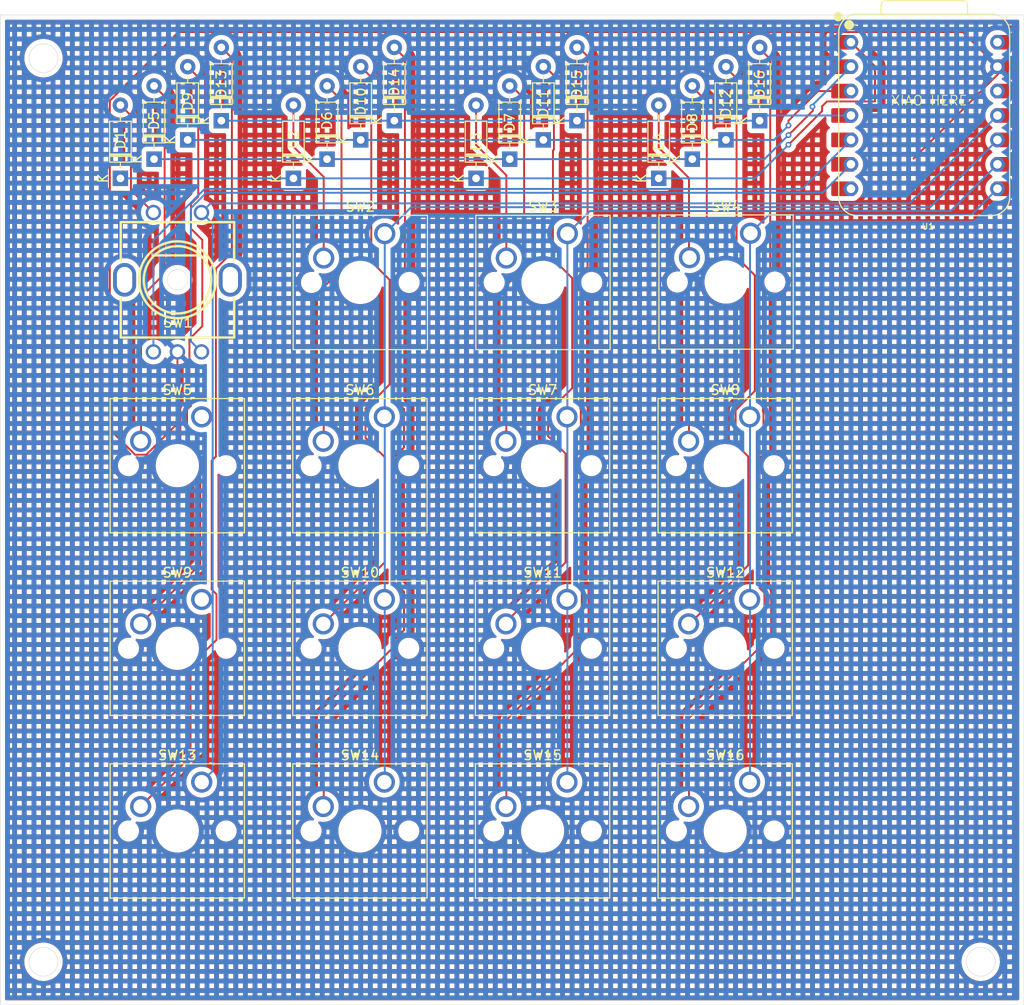
<source format=kicad_pcb>
(kicad_pcb (version 20240108) (generator "pcbnew") (generator_version "8.0")
  (layers (0 "F.Cu" signal) (31 "B.Cu" signal) (34 "B.Paste" user) (35 "F.Paste" user) (36 "B.SilkS" user "B.Silkscreen") (37 "F.SilkS" user "F.Silkscreen") (38 "B.Mask" user) (39 "F.Mask" user) (44 "Edge.Cuts" user))
  (net 0 "")
  (net 1 "Net-(D1-A)")
  (net 2 "GND")
  (net 3 "R1")
  (net 4 "Net-(D2-A)")
  (net 5 "Net-(D3-A)")
  (net 6 "Net-(D4-A)")
  (net 7 "Net-(D5-A)")
  (net 8 "R2")
  (net 9 "Net-(D7-A)")
  (net 10 "+3.3V")
  (net 11 "+5V")
  (net 12 "Net-(D8-A)")
  (net 13 "Net-(D9-A)")
  (net 14 "R3")
  (net 15 "Net-(D11-A)")
  (net 16 "Net-(D12-A)")
  (net 17 "R4")
  (net 18 "Net-(D13-A)")
  (net 19 "Net-(D15-A)")
  (net 20 "Net-(D16-A)")
  (net 21 "A")
  (net 22 "B")
  (net 23 "C2")
  (net 24 "C3")
  (net 25 "C4")
  (net 26 "C1")
  (net 30 "Net-(D6-A)")
  (net 31 "Net-(D10-A)")
  (net 32 "Net-(D14-A)")
  (footprint "Diode_THT:D_DO-35_SOD27_P7.62mm_Horizontal" (layer "F.Cu") (at 53.5 35.5 90)
    (property "Reference" "D2" (at 4 0 90) (layer "F.SilkS"))
    (property "Value" "1N4148")
    (fp_text user "K" (at 0 -1.8 90) (layer "F.SilkS"))
    (pad "1" thru_hole rect (at 0 0 90) (size 1.6 1.6) (drill 0.8) (layers "*.Cu" "*.Mask") (net 3 "R1"))
    (pad "2" thru_hole oval (at 7.62 0 90) (size 1.6 1.6) (drill 0.8) (layers "*.Cu" "*.Mask") (net 4 "Net-(D2-A)"))
  )
  (footprint "Extra:SW_Cherry_MX_1.00u_PCB" (layer "F.Cu") (at 81.96 98.31)
    (property "Reference" "SW15" (at -2.54 -2.794 0) (layer "F.SilkS"))
    (property "Value" "SW_Push")
    (pad "" np_thru_hole circle (at -7.62 5.08) (size 1.7 1.7) (drill 1.7) (layers "*.Cu" "*.Mask"))
    (pad "" np_thru_hole circle (at -2.54 5.08) (size 4 4) (drill 4) (layers "*.Cu" "*.Mask"))
    (pad "" np_thru_hole circle (at 2.54 5.08) (size 1.7 1.7) (drill 1.7) (layers "*.Cu" "*.Mask"))
    (pad "1" thru_hole circle (at 0 0) (size 2.2 2.2) (drill 1.5) (layers "*.Cu" "*.Mask") (net 24 "C3"))
    (pad "2" thru_hole circle (at -6.35 2.54) (size 2.2 2.2) (drill 1.5) (layers "*.Cu" "*.Mask") (net 19 "Net-(D15-A)"))
  )
  (footprint "Diode_THT:D_DO-35_SOD27_P7.62mm_Horizontal" (layer "F.Cu") (at 83 29.5 90)
    (property "Reference" "D15" (at 3.81 0 90) (layer "F.SilkS"))
    (property "Value" "1N4148")
    (fp_text user "K" (at 0 -1.8 90) (layer "F.SilkS"))
    (pad "1" thru_hole rect (at 0 0 90) (size 1.6 1.6) (drill 0.8) (layers "*.Cu" "*.Mask") (net 17 "R4"))
    (pad "2" thru_hole oval (at 7.62 0 90) (size 1.6 1.6) (drill 0.8) (layers "*.Cu" "*.Mask") (net 19 "Net-(D15-A)"))
  )
  (footprint "Diode_THT:D_DO-35_SOD27_P7.62mm_Horizontal" (layer "F.Cu") (at 64 29.5 90)
    (property "Reference" "D14" (at 4 0 90) (layer "F.SilkS"))
    (property "Value" "1N4148")
    (fp_text user "K" (at 0 -1.8 90) (layer "F.SilkS"))
    (pad "1" thru_hole rect (at 0 0 90) (size 1.6 1.6) (drill 0.8) (layers "*.Cu" "*.Mask") (net 17 "R4"))
    (pad "2" thru_hole oval (at 7.62 0 90) (size 1.6 1.6) (drill 0.8) (layers "*.Cu" "*.Mask") (net 32 "Net-(D14-A)"))
  )
  (footprint "Diode_THT:D_DO-35_SOD27_P7.62mm_Horizontal" (layer "F.Cu") (at 39 33.5 90)
    (property "Reference" "D5" (at 4 0 90) (layer "F.SilkS"))
    (property "Value" "1N4148")
    (fp_text user "K" (at 0 -1.8 90) (layer "F.SilkS"))
    (pad "1" thru_hole rect (at 0 0 90) (size 1.6 1.6) (drill 0.8) (layers "*.Cu" "*.Mask") (net 8 "R2"))
    (pad "2" thru_hole oval (at 7.62 0 90) (size 1.6 1.6) (drill 0.8) (layers "*.Cu" "*.Mask") (net 7 "Net-(D5-A)"))
  )
  (footprint "Diode_THT:D_DO-35_SOD27_P7.62mm_Horizontal" (layer "F.Cu") (at 57 33.5 90)
    (property "Reference" "D6" (at 4 0 90) (layer "F.SilkS"))
    (property "Value" "1N4148")
    (fp_text user "K" (at 0 -1.8 90) (layer "F.SilkS"))
    (pad "1" thru_hole rect (at 0 0 90) (size 1.6 1.6) (drill 0.8) (layers "*.Cu" "*.Mask") (net 8 "R2"))
    (pad "2" thru_hole oval (at 7.62 0 90) (size 1.6 1.6) (drill 0.8) (layers "*.Cu" "*.Mask") (net 30 "Net-(D6-A)"))
  )
  (footprint "Extra:SW_Cherry_MX_1.00u_PCB" (layer "F.Cu") (at 82 41.25)
    (property "Reference" "SW3" (at -2.54 -2.794 0) (layer "F.SilkS"))
    (property "Value" "SW_Push")
    (pad "" np_thru_hole circle (at -7.62 5.08) (size 1.7 1.7) (drill 1.7) (layers "*.Cu" "*.Mask"))
    (pad "" np_thru_hole circle (at -2.54 5.08) (size 4 4) (drill 4) (layers "*.Cu" "*.Mask"))
    (pad "" np_thru_hole circle (at 2.54 5.08) (size 1.7 1.7) (drill 1.7) (layers "*.Cu" "*.Mask"))
    (pad "1" thru_hole circle (at 0 0) (size 2.2 2.2) (drill 1.5) (layers "*.Cu" "*.Mask") (net 24 "C3"))
    (pad "2" thru_hole circle (at -6.35 2.54) (size 2.2 2.2) (drill 1.5) (layers "*.Cu" "*.Mask") (net 5 "Net-(D3-A)"))
  )
  (footprint "Extra:SW_Cherry_MX_1.00u_PCB" (layer "F.Cu") (at 81.96 79.31)
    (property "Reference" "SW11" (at -2.54 -2.794 0) (layer "F.SilkS"))
    (property "Value" "SW_Push")
    (pad "" np_thru_hole circle (at -7.62 5.08) (size 1.7 1.7) (drill 1.7) (layers "*.Cu" "*.Mask"))
    (pad "" np_thru_hole circle (at -2.54 5.08) (size 4 4) (drill 4) (layers "*.Cu" "*.Mask"))
    (pad "" np_thru_hole circle (at 2.54 5.08) (size 1.7 1.7) (drill 1.7) (layers "*.Cu" "*.Mask"))
    (pad "1" thru_hole circle (at 0 0) (size 2.2 2.2) (drill 1.5) (layers "*.Cu" "*.Mask") (net 24 "C3"))
    (pad "2" thru_hole circle (at -6.35 2.54) (size 2.2 2.2) (drill 1.5) (layers "*.Cu" "*.Mask") (net 15 "Net-(D11-A)"))
  )
  (footprint "Diode_THT:D_DO-35_SOD27_P7.62mm_Horizontal" (layer "F.Cu") (at 98.5 31.5 90)
    (property "Reference" "D12" (at 3.81 0 90) (layer "F.SilkS"))
    (property "Value" "1N4148")
    (fp_text user "K" (at 0 -1.8 90) (layer "F.SilkS"))
    (pad "1" thru_hole rect (at 0 0 90) (size 1.6 1.6) (drill 0.8) (layers "*.Cu" "*.Mask") (net 14 "R3"))
    (pad "2" thru_hole oval (at 7.62 0 90) (size 1.6 1.6) (drill 0.8) (layers "*.Cu" "*.Mask") (net 16 "Net-(D12-A)"))
  )
  (footprint "Diode_THT:D_DO-35_SOD27_P7.62mm_Horizontal" (layer "F.Cu") (at 60.5 31.5 90)
    (property "Reference" "D10" (at 4 0 90) (layer "F.SilkS"))
    (property "Value" "1N4148")
    (fp_text user "K" (at 0 -1.8 90) (layer "F.SilkS"))
    (pad "1" thru_hole rect (at 0 0 90) (size 1.6 1.6) (drill 0.8) (layers "*.Cu" "*.Mask") (net 14 "R3"))
    (pad "2" thru_hole oval (at 7.62 0 90) (size 1.6 1.6) (drill 0.8) (layers "*.Cu" "*.Mask") (net 31 "Net-(D10-A)"))
  )
  (footprint "Diode_THT:D_DO-35_SOD27_P7.62mm_Horizontal" (layer "F.Cu") (at 46 29.5 90)
    (property "Reference" "D13" (at 3.81 0 90) (layer "F.SilkS"))
    (property "Value" "1N4148")
    (fp_text user "K" (at 0 -1.8 90) (layer "F.SilkS"))
    (pad "1" thru_hole rect (at 0 0 90) (size 1.6 1.6) (drill 0.8) (layers "*.Cu" "*.Mask") (net 17 "R4"))
    (pad "2" thru_hole oval (at 7.62 0 90) (size 1.6 1.6) (drill 0.8) (layers "*.Cu" "*.Mask") (net 18 "Net-(D13-A)"))
  )
  (footprint "Extra:SW_Cherry_MX_1.00u_PCB" (layer "F.Cu") (at 62.96 60.31)
    (property "Reference" "SW6" (at -2.54 -2.794 0) (layer "F.SilkS"))
    (property "Value" "SW_Push")
    (pad "" np_thru_hole circle (at -7.62 5.08) (size 1.7 1.7) (drill 1.7) (layers "*.Cu" "*.Mask"))
    (pad "" np_thru_hole circle (at -2.54 5.08) (size 4 4) (drill 4) (layers "*.Cu" "*.Mask"))
    (pad "" np_thru_hole circle (at 2.54 5.08) (size 1.7 1.7) (drill 1.7) (layers "*.Cu" "*.Mask"))
    (pad "1" thru_hole circle (at 0 0) (size 2.2 2.2) (drill 1.5) (layers "*.Cu" "*.Mask") (net 23 "C2"))
    (pad "2" thru_hole circle (at -6.35 2.54) (size 2.2 2.2) (drill 1.5) (layers "*.Cu" "*.Mask") (net 30 "Net-(D6-A)"))
  )
  (footprint "Extra:SW_Cherry_MX_1.00u_PCB" (layer "F.Cu") (at 101.05 41.21)
    (property "Reference" "SW4" (at -2.54 -2.794 0) (layer "F.SilkS"))
    (property "Value" "SW_Push")
    (pad "" np_thru_hole circle (at -7.62 5.08) (size 1.7 1.7) (drill 1.7) (layers "*.Cu" "*.Mask"))
    (pad "" np_thru_hole circle (at -2.54 5.08) (size 4 4) (drill 4) (layers "*.Cu" "*.Mask"))
    (pad "" np_thru_hole circle (at 2.54 5.08) (size 1.7 1.7) (drill 1.7) (layers "*.Cu" "*.Mask"))
    (pad "1" thru_hole circle (at 0 0) (size 2.2 2.2) (drill 1.5) (layers "*.Cu" "*.Mask") (net 25 "C4"))
    (pad "2" thru_hole circle (at -6.35 2.54) (size 2.2 2.2) (drill 1.5) (layers "*.Cu" "*.Mask") (net 6 "Net-(D4-A)"))
  )
  (footprint "Diode_THT:D_DO-35_SOD27_P7.62mm_Horizontal" (layer "F.Cu") (at 42.5 31.5 90)
    (property "Reference" "D9" (at 4 0 90) (layer "F.SilkS"))
    (property "Value" "1N4148")
    (fp_text user "K" (at 0 -1.8 90) (layer "F.SilkS"))
    (pad "1" thru_hole rect (at 0 0 90) (size 1.6 1.6) (drill 0.8) (layers "*.Cu" "*.Mask") (net 14 "R3"))
    (pad "2" thru_hole oval (at 7.62 0 90) (size 1.6 1.6) (drill 0.8) (layers "*.Cu" "*.Mask") (net 13 "Net-(D9-A)"))
  )
  (footprint "Extra:SW_Cherry_MX_1.00u_PCB" (layer "F.Cu") (at 100.96 79.31)
    (property "Reference" "SW12" (at -2.54 -2.794 0) (layer "F.SilkS"))
    (property "Value" "SW_Push")
    (pad "" np_thru_hole circle (at -7.62 5.08) (size 1.7 1.7) (drill 1.7) (layers "*.Cu" "*.Mask"))
    (pad "" np_thru_hole circle (at -2.54 5.08) (size 4 4) (drill 4) (layers "*.Cu" "*.Mask"))
    (pad "" np_thru_hole circle (at 2.54 5.08) (size 1.7 1.7) (drill 1.7) (layers "*.Cu" "*.Mask"))
    (pad "1" thru_hole circle (at 0 0) (size 2.2 2.2) (drill 1.5) (layers "*.Cu" "*.Mask") (net 25 "C4"))
    (pad "2" thru_hole circle (at -6.35 2.54) (size 2.2 2.2) (drill 1.5) (layers "*.Cu" "*.Mask") (net 16 "Net-(D12-A)"))
  )
  (footprint "Diode_THT:D_DO-35_SOD27_P7.62mm_Horizontal" (layer "F.Cu") (at 102 29.5 90)
    (property "Reference" "D16" (at 3.81 0 90) (layer "F.SilkS"))
    (property "Value" "1N4148")
    (fp_text user "K" (at 0 -1.8 90) (layer "F.SilkS"))
    (pad "1" thru_hole rect (at 0 0 90) (size 1.6 1.6) (drill 0.8) (layers "*.Cu" "*.Mask") (net 17 "R4"))
    (pad "2" thru_hole oval (at 7.62 0 90) (size 1.6 1.6) (drill 0.8) (layers "*.Cu" "*.Mask") (net 20 "Net-(D16-A)"))
  )
  (footprint "Diode_THT:D_DO-35_SOD27_P7.62mm_Horizontal" (layer "F.Cu") (at 76 33.5 90)
    (property "Reference" "D7" (at 3.81 0 90) (layer "F.SilkS"))
    (property "Value" "1N4148")
    (fp_text user "K" (at 0 -1.8 90) (layer "F.SilkS"))
    (pad "1" thru_hole rect (at 0 0 90) (size 1.6 1.6) (drill 0.8) (layers "*.Cu" "*.Mask") (net 8 "R2"))
    (pad "2" thru_hole oval (at 7.62 0 90) (size 1.6 1.6) (drill 0.8) (layers "*.Cu" "*.Mask") (net 9 "Net-(D7-A)"))
  )
  (footprint "Seeed Studio XIAO Series Library:XIAO-RP2040-DIP" (layer "F.Cu") (at 119.12 28.96)
    (property "Reference" "U1" (at 0.38 11.54 0) (layer "F.SilkS") (effects (font (size 0.635 0.635) (thickness 0.1016))))
    (property "Value" "MOUDLE-SEEEDUINO-XIAO")
    (pad "1" smd roundrect (at -8.455 -7.62 180) (size 2.432 1.524) (layers "F.Cu" "F.Mask") (roundrect_rratio 0.1) (net 3 "R1"))
    (pad "1" thru_hole circle (at -7.62 -7.62 180) (size 1.524 1.524) (drill 0.889) (layers "*.Cu" "*.Mask") (net 3 "R1"))
    (pad "2" smd roundrect (at -8.455 -5.08 180) (size 2.432 1.524) (layers "F.Cu" "F.Mask") (roundrect_rratio 0.1) (net 8 "R2"))
    (pad "2" thru_hole circle (at -7.62 -5.08 180) (size 1.524 1.524) (drill 0.889) (layers "*.Cu" "*.Mask") (net 8 "R2"))
    (pad "3" smd roundrect (at -8.455 -2.54 180) (size 2.432 1.524) (layers "F.Cu" "F.Mask") (roundrect_rratio 0.1) (net 14 "R3"))
    (pad "3" thru_hole circle (at -7.62 -2.54 180) (size 1.524 1.524) (drill 0.889) (layers "*.Cu" "*.Mask") (net 14 "R3"))
    (pad "4" smd roundrect (at -8.455 0 180) (size 2.432 1.524) (layers "F.Cu" "F.Mask") (roundrect_rratio 0.1) (net 17 "R4"))
    (pad "4" thru_hole circle (at -7.62 0 180) (size 1.524 1.524) (drill 0.889) (layers "*.Cu" "*.Mask") (net 17 "R4"))
    (pad "5" smd roundrect (at -8.455 2.54 180) (size 2.432 1.524) (layers "F.Cu" "F.Mask") (roundrect_rratio 0.1) (net 21 "A"))
    (pad "5" thru_hole circle (at -7.62 2.54 180) (size 1.524 1.524) (drill 0.889) (layers "*.Cu" "*.Mask") (net 21 "A"))
    (pad "6" smd roundrect (at -8.455 5.08 180) (size 2.432 1.524) (layers "F.Cu" "F.Mask") (roundrect_rratio 0.1) (net 22 "B"))
    (pad "6" thru_hole circle (at -7.62 5.08 180) (size 1.524 1.524) (drill 0.889) (layers "*.Cu" "*.Mask") (net 22 "B"))
    (pad "7" smd roundrect (at -8.455 7.62 180) (size 2.432 1.524) (layers "F.Cu" "F.Mask") (roundrect_rratio 0.1))
    (pad "7" thru_hole circle (at -7.62 7.62 180) (size 1.524 1.524) (drill 0.889) (layers "*.Cu" "*.Mask"))
    (pad "8" thru_hole circle (at 7.62 7.62) (size 1.524 1.524) (drill 0.889) (layers "*.Cu" "*.Mask") (net 25 "C4"))
    (pad "8" smd roundrect (at 8.455 7.62) (size 2.432 1.524) (layers "F.Cu" "F.Mask") (roundrect_rratio 0.1) (net 25 "C4"))
    (pad "9" thru_hole circle (at 7.62 5.08) (size 1.524 1.524) (drill 0.889) (layers "*.Cu" "*.Mask") (net 24 "C3"))
    (pad "9" smd roundrect (at 8.455 5.08) (size 2.432 1.524) (layers "F.Cu" "F.Mask") (roundrect_rratio 0.1) (net 24 "C3"))
    (pad "10" thru_hole circle (at 7.62 2.54) (size 1.524 1.524) (drill 0.889) (layers "*.Cu" "*.Mask") (net 23 "C2"))
    (pad "10" smd roundrect (at 8.455 2.54) (size 2.432 1.524) (layers "F.Cu" "F.Mask") (roundrect_rratio 0.1) (net 23 "C2"))
    (pad "11" thru_hole circle (at 7.62 0) (size 1.524 1.524) (drill 0.889) (layers "*.Cu" "*.Mask") (net 26 "C1"))
    (pad "11" smd roundrect (at 8.455 0) (size 2.432 1.524) (layers "F.Cu" "F.Mask") (roundrect_rratio 0.1) (net 26 "C1"))
    (pad "12" thru_hole circle (at 7.62 -2.54) (size 1.524 1.524) (drill 0.889) (layers "*.Cu" "*.Mask") (net 10 "+3.3V"))
    (pad "12" smd roundrect (at 8.455 -2.54) (size 2.432 1.524) (layers "F.Cu" "F.Mask") (roundrect_rratio 0.1) (net 10 "+3.3V"))
    (pad "13" thru_hole circle (at 7.62 -5.08) (size 1.524 1.524) (drill 0.889) (layers "*.Cu" "*.Mask") (net 2 "GND"))
    (pad "13" smd roundrect (at 8.455 -5.08) (size 2.432 1.524) (layers "F.Cu" "F.Mask") (roundrect_rratio 0.1) (net 2 "GND"))
    (pad "14" thru_hole circle (at 7.62 -7.62) (size 1.524 1.524) (drill 0.889) (layers "*.Cu" "*.Mask") (net 11 "+5V"))
    (pad "14" smd roundrect (at 8.455 -7.62) (size 2.432 1.524) (layers "F.Cu" "F.Mask") (roundrect_rratio 0.1) (net 11 "+5V"))
  )
  (footprint "Extra:SW_Cherry_MX_1.00u_PCB" (layer "F.Cu") (at 43.96 60.31)
    (property "Reference" "SW5" (at -2.54 -2.794 0) (layer "F.SilkS"))
    (property "Value" "SW_Push")
    (pad "" np_thru_hole circle (at -7.62 5.08) (size 1.7 1.7) (drill 1.7) (layers "*.Cu" "*.Mask"))
    (pad "" np_thru_hole circle (at -2.54 5.08) (size 4 4) (drill 4) (layers "*.Cu" "*.Mask"))
    (pad "" np_thru_hole circle (at 2.54 5.08) (size 1.7 1.7) (drill 1.7) (layers "*.Cu" "*.Mask"))
    (pad "1" thru_hole circle (at 0 0) (size 2.2 2.2) (drill 1.5) (layers "*.Cu" "*.Mask") (net 26 "C1"))
    (pad "2" thru_hole circle (at -6.35 2.54) (size 2.2 2.2) (drill 1.5) (layers "*.Cu" "*.Mask") (net 7 "Net-(D5-A)"))
  )
  (footprint "Diode_THT:D_DO-35_SOD27_P7.62mm_Horizontal" (layer "F.Cu") (at 35.5 35.5 90)
    (property "Reference" "D1" (at 4 0 90) (layer "F.SilkS"))
    (property "Value" "1N4148")
    (fp_text user "K" (at 0 -1.8 90) (layer "F.SilkS"))
    (pad "1" thru_hole rect (at 0 0 90) (size 1.6 1.6) (drill 0.8) (layers "*.Cu" "*.Mask") (net 3 "R1"))
    (pad "2" thru_hole oval (at 7.62 0 90) (size 1.6 1.6) (drill 0.8) (layers "*.Cu" "*.Mask") (net 1 "Net-(D1-A)"))
  )
  (footprint "Diode_THT:D_DO-35_SOD27_P7.62mm_Horizontal" (layer "F.Cu") (at 79.5 31.5 90)
    (property "Reference" "D11" (at 3.81 0 90) (layer "F.SilkS"))
    (property "Value" "1N4148")
    (fp_text user "K" (at 0 -1.8 90) (layer "F.SilkS"))
    (pad "1" thru_hole rect (at 0 0 90) (size 1.6 1.6) (drill 0.8) (layers "*.Cu" "*.Mask") (net 14 "R3"))
    (pad "2" thru_hole oval (at 7.62 0 90) (size 1.6 1.6) (drill 0.8) (layers "*.Cu" "*.Mask") (net 15 "Net-(D11-A)"))
  )
  (footprint "easyeda2kicad:SW-TH_EC11G1534414" (layer "F.Cu") (at 41.435 46.305)
    (property "Reference" "SW1" (at 0.065 4.195 0) (layer "F.SilkS"))
    (property "Value" "EC11G1534414")
    (pad "" thru_hole circle (at 0 -0.25) (size 2.1 2.1) (drill 2.1) (layers "*.Cu" "*.Mask"))
    (pad "6" thru_hole oval (at -5.5 -0.25 180) (size 2.4 3.5) (drill oval 1.599997 2.70002) (layers "*.Cu" "*.Mask"))
    (pad "7" thru_hole oval (at 5.5 -0.25) (size 2.4 3.5) (drill oval 1.599997 2.70002) (layers "*.Cu" "*.Mask"))
    (pad "A" thru_hole circle (at -2.5 7.25) (size 1.6 1.6) (drill 1.100023) (layers "*.Cu" "*.Mask") (net 21 "A"))
    (pad "B" thru_hole circle (at 2.5 7.25) (size 1.6 1.6) (drill 1.100023) (layers "*.Cu" "*.Mask") (net 22 "B"))
    (pad "C" thru_hole circle (at 0 7.25) (size 1.6 1.6) (drill 1.100023) (layers "*.Cu" "*.Mask") (net 2 "GND"))
    (pad "D" thru_hole circle (at -2.5 -7.25) (size 1.6 1.6) (drill 1.100023) (layers "*.Cu" "*.Mask") (net 1 "Net-(D1-A)"))
    (pad "E" thru_hole circle (at 2.5 -7.25) (size 1.6 1.6) (drill 1.100023) (layers "*.Cu" "*.Mask") (net 26 "C1"))
  )
  (footprint "Extra:SW_Cherry_MX_1.00u_PCB" (layer "F.Cu") (at 63 41.25)
    (property "Reference" "SW2" (at -2.54 -2.794 0) (layer "F.SilkS"))
    (property "Value" "SW_Push")
    (pad "" np_thru_hole circle (at -7.62 5.08) (size 1.7 1.7) (drill 1.7) (layers "*.Cu" "*.Mask"))
    (pad "" np_thru_hole circle (at -2.54 5.08) (size 4 4) (drill 4) (layers "*.Cu" "*.Mask"))
    (pad "" np_thru_hole circle (at 2.54 5.08) (size 1.7 1.7) (drill 1.7) (layers "*.Cu" "*.Mask"))
    (pad "1" thru_hole circle (at 0 0) (size 2.2 2.2) (drill 1.5) (layers "*.Cu" "*.Mask") (net 23 "C2"))
    (pad "2" thru_hole circle (at -6.35 2.54) (size 2.2 2.2) (drill 1.5) (layers "*.Cu" "*.Mask") (net 4 "Net-(D2-A)"))
  )
  (footprint "Extra:SW_Cherry_MX_1.00u_PCB" (layer "F.Cu") (at 43.96 98.31)
    (property "Reference" "SW13" (at -2.54 -2.794 0) (layer "F.SilkS"))
    (property "Value" "SW_Push")
    (pad "" np_thru_hole circle (at -7.62 5.08) (size 1.7 1.7) (drill 1.7) (layers "*.Cu" "*.Mask"))
    (pad "" np_thru_hole circle (at -2.54 5.08) (size 4 4) (drill 4) (layers "*.Cu" "*.Mask"))
    (pad "" np_thru_hole circle (at 2.54 5.08) (size 1.7 1.7) (drill 1.7) (layers "*.Cu" "*.Mask"))
    (pad "1" thru_hole circle (at 0 0) (size 2.2 2.2) (drill 1.5) (layers "*.Cu" "*.Mask") (net 26 "C1"))
    (pad "2" thru_hole circle (at -6.35 2.54) (size 2.2 2.2) (drill 1.5) (layers "*.Cu" "*.Mask") (net 18 "Net-(D13-A)"))
  )
  (footprint "Extra:SW_Cherry_MX_1.00u_PCB" (layer "F.Cu") (at 62.96 98.31)
    (property "Reference" "SW14" (at -2.54 -2.794 0) (layer "F.SilkS"))
    (property "Value" "SW_Push")
    (pad "" np_thru_hole circle (at -7.62 5.08) (size 1.7 1.7) (drill 1.7) (layers "*.Cu" "*.Mask"))
    (pad "" np_thru_hole circle (at -2.54 5.08) (size 4 4) (drill 4) (layers "*.Cu" "*.Mask"))
    (pad "" np_thru_hole circle (at 2.54 5.08) (size 1.7 1.7) (drill 1.7) (layers "*.Cu" "*.Mask"))
    (pad "1" thru_hole circle (at 0 0) (size 2.2 2.2) (drill 1.5) (layers "*.Cu" "*.Mask") (net 23 "C2"))
    (pad "2" thru_hole circle (at -6.35 2.54) (size 2.2 2.2) (drill 1.5) (layers "*.Cu" "*.Mask") (net 32 "Net-(D14-A)"))
  )
  (footprint "Extra:SW_Cherry_MX_1.00u_PCB" (layer "F.Cu") (at 81.96 60.31)
    (property "Reference" "SW7" (at -2.54 -2.794 0) (layer "F.SilkS"))
    (property "Value" "SW_Push")
    (pad "" np_thru_hole circle (at -7.62 5.08) (size 1.7 1.7) (drill 1.7) (layers "*.Cu" "*.Mask"))
    (pad "" np_thru_hole circle (at -2.54 5.08) (size 4 4) (drill 4) (layers "*.Cu" "*.Mask"))
    (pad "" np_thru_hole circle (at 2.54 5.08) (size 1.7 1.7) (drill 1.7) (layers "*.Cu" "*.Mask"))
    (pad "1" thru_hole circle (at 0 0) (size 2.2 2.2) (drill 1.5) (layers "*.Cu" "*.Mask") (net 24 "C3"))
    (pad "2" thru_hole circle (at -6.35 2.54) (size 2.2 2.2) (drill 1.5) (layers "*.Cu" "*.Mask") (net 9 "Net-(D7-A)"))
  )
  (footprint "Diode_THT:D_DO-35_SOD27_P7.62mm_Horizontal" (layer "F.Cu") (at 95 33.5 90)
    (property "Reference" "D8" (at 3.81 0 90) (layer "F.SilkS"))
    (property "Value" "1N4148")
    (fp_text user "K" (at 0 -1.8 90) (layer "F.SilkS"))
    (pad "1" thru_hole rect (at 0 0 90) (size 1.6 1.6) (drill 0.8) (layers "*.Cu" "*.Mask") (net 8 "R2"))
    (pad "2" thru_hole oval (at 7.62 0 90) (size 1.6 1.6) (drill 0.8) (layers "*.Cu" "*.Mask") (net 12 "Net-(D8-A)"))
  )
  (footprint "Extra:SW_Cherry_MX_1.00u_PCB" (layer "F.Cu") (at 43.96 79.31)
    (property "Reference" "SW9" (at -2.54 -2.794 0) (layer "F.SilkS"))
    (property "Value" "SW_Push")
    (pad "" np_thru_hole circle (at -7.62 5.08) (size 1.7 1.7) (drill 1.7) (layers "*.Cu" "*.Mask"))
    (pad "" np_thru_hole circle (at -2.54 5.08) (size 4 4) (drill 4) (layers "*.Cu" "*.Mask"))
    (pad "" np_thru_hole circle (at 2.54 5.08) (size 1.7 1.7) (drill 1.7) (layers "*.Cu" "*.Mask"))
    (pad "1" thru_hole circle (at 0 0) (size 2.2 2.2) (drill 1.5) (layers "*.Cu" "*.Mask") (net 26 "C1"))
    (pad "2" thru_hole circle (at -6.35 2.54) (size 2.2 2.2) (drill 1.5) (layers "*.Cu" "*.Mask") (net 13 "Net-(D9-A)"))
  )
  (footprint "Extra:SW_Cherry_MX_1.00u_PCB" (layer "F.Cu") (at 100.96 60.31)
    (property "Reference" "SW8" (at -2.54 -2.794 0) (layer "F.SilkS"))
    (property "Value" "SW_Push")
    (pad "" np_thru_hole circle (at -7.62 5.08) (size 1.7 1.7) (drill 1.7) (layers "*.Cu" "*.Mask"))
    (pad "" np_thru_hole circle (at -2.54 5.08) (size 4 4) (drill 4) (layers "*.Cu" "*.Mask"))
    (pad "" np_thru_hole circle (at 2.54 5.08) (size 1.7 1.7) (drill 1.7) (layers "*.Cu" "*.Mask"))
    (pad "1" thru_hole circle (at 0 0) (size 2.2 2.2) (drill 1.5) (layers "*.Cu" "*.Mask") (net 25 "C4"))
    (pad "2" thru_hole circle (at -6.35 2.54) (size 2.2 2.2) (drill 1.5) (layers "*.Cu" "*.Mask") (net 12 "Net-(D8-A)"))
  )
  (footprint "Extra:SW_Cherry_MX_1.00u_PCB" (layer "F.Cu") (at 100.96 98.31)
    (property "Reference" "SW16" (at -2.54 -2.794 0) (layer "F.SilkS"))
    (property "Value" "SW_Push")
    (pad "" np_thru_hole circle (at -7.62 5.08) (size 1.7 1.7) (drill 1.7) (layers "*.Cu" "*.Mask"))
    (pad "" np_thru_hole circle (at -2.54 5.08) (size 4 4) (drill 4) (layers "*.Cu" "*.Mask"))
    (pad "" np_thru_hole circle (at 2.54 5.08) (size 1.7 1.7) (drill 1.7) (layers "*.Cu" "*.Mask"))
    (pad "1" thru_hole circle (at 0 0) (size 2.2 2.2) (drill 1.5) (layers "*.Cu" "*.Mask") (net 25 "C4"))
    (pad "2" thru_hole circle (at -6.35 2.54) (size 2.2 2.2) (drill 1.5) (layers "*.Cu" "*.Mask") (net 20 "Net-(D16-A)"))
  )
  (footprint "Diode_THT:D_DO-35_SOD27_P7.62mm_Horizontal" (layer "F.Cu") (at 72.5 35.5 90)
    (property "Reference" "D3" (at 3.81 0 90) (layer "F.SilkS"))
    (property "Value" "1N4148")
    (fp_text user "K" (at 0 -1.8 90) (layer "F.SilkS"))
    (pad "1" thru_hole rect (at 0 0 90) (size 1.6 1.6) (drill 0.8) (layers "*.Cu" "*.Mask") (net 3 "R1"))
    (pad "2" thru_hole oval (at 7.62 0 90) (size 1.6 1.6) (drill 0.8) (layers "*.Cu" "*.Mask") (net 5 "Net-(D3-A)"))
  )
  (footprint "Extra:SW_Cherry_MX_1.00u_PCB" (layer "F.Cu") (at 62.96 79.31)
    (property "Reference" "SW10" (at -2.54 -2.794 0) (layer "F.SilkS"))
    (property "Value" "SW_Push")
    (pad "" np_thru_hole circle (at -7.62 5.08) (size 1.7 1.7) (drill 1.7) (layers "*.Cu" "*.Mask"))
    (pad "" np_thru_hole circle (at -2.54 5.08) (size 4 4) (drill 4) (layers "*.Cu" "*.Mask"))
    (pad "" np_thru_hole circle (at 2.54 5.08) (size 1.7 1.7) (drill 1.7) (layers "*.Cu" "*.Mask"))
    (pad "1" thru_hole circle (at 0 0) (size 2.2 2.2) (drill 1.5) (layers "*.Cu" "*.Mask") (net 23 "C2"))
    (pad "2" thru_hole circle (at -6.35 2.54) (size 2.2 2.2) (drill 1.5) (layers "*.Cu" "*.Mask") (net 31 "Net-(D10-A)"))
  )
  (footprint "Diode_THT:D_DO-35_SOD27_P7.62mm_Horizontal" (layer "F.Cu") (at 91.5 35.5 90)
    (property "Reference" "D4" (at 3.81 0 90) (layer "F.SilkS"))
    (property "Value" "1N4148")
    (fp_text user "K" (at 0 -1.8 90) (layer "F.SilkS"))
    (pad "1" thru_hole rect (at 0 0 90) (size 1.6 1.6) (drill 0.8) (layers "*.Cu" "*.Mask") (net 3 "R1"))
    (pad "2" thru_hole oval (at 7.62 0 90) (size 1.6 1.6) (drill 0.8) (layers "*.Cu" "*.Mask") (net 6 "Net-(D4-A)"))
  )
  (gr_circle (center 27.5 117) (end 29 117) (stroke (width 0.05)) (fill none) (layer "Edge.Cuts"))
  (gr_rect (start 23 18.5) (end 129.5 121.5) (stroke (width 0.05)) (fill none) (layer "Edge.Cuts"))
  (gr_circle (center 125 117) (end 126.5 117) (stroke (width 0.05)) (fill none) (layer "Edge.Cuts"))
  (gr_circle (center 27.5 23) (end 27.5 21.5) (stroke (width 0.05)) (fill none) (layer "Edge.Cuts"))
  (gr_text "XIAO HERE" (at 115.59 27.99 0) (layer "F.SilkS") (effects (font (size 1 1) (thickness 0.1)) (justify left bottom)))
  (segment (start 36.6 36.72) (end 38.935 39.055) (width 0.2) (layer "F.Cu") (net 1))
  (segment (start 35.5 27.88) (end 36.6 28.98) (width 0.2) (layer "F.Cu") (net 1))
  (segment (start 36.6 28.98) (end 36.6 36.72) (width 0.2) (layer "F.Cu") (net 1))
  (segment (start 37.030101 64.25) (end 34.4 61.619899) (width 0.2) (layer "F.Cu") (net 2))
  (segment (start 34.4 27.424365) (end 41.546365 20.278) (width 0.2) (layer "F.Cu") (net 2))
  (segment (start 41.435 61.004899) (end 38.189899 64.25) (width 0.2) (layer "F.Cu") (net 2))
  (segment (start 38.189899 64.25) (end 37.030101 64.25) (width 0.2) (layer "F.Cu") (net 2))
  (segment (start 123.138 20.278) (end 126.74 23.88) (width 0.2) (layer "F.Cu") (net 2))
  (segment (start 127.575 23.88) (end 118 33.455) (width 0.2) (layer "F.Cu") (net 2))
  (segment (start 41.435 53.555) (end 41.435 61.004899) (width 0.2) (layer "F.Cu") (net 2))
  (segment (start 41.546365 20.278) (end 123.138 20.278) (width 0.2) (layer "F.Cu") (net 2))
  (segment (start 34.4 61.619899) (end 34.4 27.424365) (width 0.2) (layer "F.Cu") (net 2))
  (segment (start 114 23.84) (end 111.5 21.34) (width 0.2) (layer "F.Cu") (net 3))
  (segment (start 108.5 28) (end 109 27.5) (width 0.2) (layer "F.Cu") (net 3))
  (segment (start 105 32) (end 108.5 28.5) (width 0.2) (layer "F.Cu") (net 3))
  (segment (start 114 27.5) (end 114 23.84) (width 0.2) (layer "F.Cu") (net 3))
  (segment (start 109 27.5) (end 114 27.5) (width 0.2) (layer "F.Cu") (net 3))
  (segment (start 108.5 28.5) (end 108.5 28) (width 0.2) (layer "F.Cu") (net 3))
  (via (at 105 32) (size 0.6) (drill 0.3) (layers "F.Cu" "B.Cu") (net 3))
  (segment (start 91.5 35.5) (end 101.5 35.5) (width 0.2) (layer "B.Cu") (net 3))
  (segment (start 101.5 35.5) (end 105 32) (width 0.2) (layer "B.Cu") (net 3))
  (segment (start 35.5 35.5) (end 91.5 35.5) (width 0.2) (layer "B.Cu") (net 3))
  (segment (start 53.5 27.88) (end 53.5 32.2) (width 0.2) (layer "F.Cu") (net 4))
  (segment (start 56.65 35.35) (end 56.65 43.79) (width 0.2) (layer "F.Cu") (net 4))
  (segment (start 53.5 32.2) (end 56.65 35.35) (width 0.2) (layer "F.Cu") (net 4))
  (segment (start 72.5 32.026701) (end 75.65 35.176701) (width 0.2) (layer "F.Cu") (net 5))
  (segment (start 75.65 35.176701) (end 75.65 43.616701) (width 0.2) (layer "F.Cu") (net 5))
  (segment (start 72.5 27.706701) (end 72.5 32.026701) (width 0.2) (layer "F.Cu") (net 5))
  (segment (start 91.5 32.32) (end 94.65 35.47) (width 0.2) (layer "F.Cu") (net 6))
  (segment (start 91.5 28) (end 91.5 32.32) (width 0.2) (layer "F.Cu") (net 6))
  (segment (start 94.65 35.47) (end 94.65 43.91) (width 0.2) (layer "F.Cu") (net 6))
  (segment (start 40.1 26.98) (end 40.1 44.45) (width 0.2) (layer "F.Cu") (net 7))
  (segment (start 40.1 44.45) (end 39.66 44.89) (width 0.2) (layer "F.Cu") (net 7))
  (segment (start 37.65 47.85) (end 37.65 62.79) (width 0.2) (layer "F.Cu") (net 7))
  (segment (start 39 25.88) (end 40.1 26.98) (width 0.2) (layer "F.Cu") (net 7))
  (segment (start 39.66 44.89) (end 39.66 45.84) (width 0.2) (layer "F.Cu") (net 7))
  (segment (start 39.66 45.84) (end 37.65 47.85) (width 0.2) (layer "F.Cu") (net 7))
  (segment (start 107.532843 28.467157) (end 107.532843 28.032843) (width 0.2) (layer "F.Cu") (net 8))
  (segment (start 105 31) (end 107.532843 28.467157) (width 0.2) (layer "F.Cu") (net 8))
  (via (at 105 31) (size 0.6) (drill 0.3) (layers "F.Cu" "B.Cu") (net 8))
  (via (at 107.498957 28.03798) (size 0.6) (drill 0.3) (layers "F.Cu" "B.Cu") (net 8))
  (segment (start 102.5 33.5) (end 104.5 31.5) (width 0.2) (layer "B.Cu") (net 8))
  (segment (start 104.5 31.5) (end 105 31) (width 0.2) (layer "B.Cu") (net 8))
  (segment (start 39 33.5) (end 95 33.5) (width 0.2) (layer "B.Cu") (net 8))
  (segment (start 107.498957 28.03798) (end 107.498957 27.881043) (width 0.2) (layer "B.Cu") (net 8))
  (segment (start 107.498957 27.881043) (end 111.5 23.88) (width 0.2) (layer "B.Cu") (net 8))
  (segment (start 95 33.5) (end 102.5 33.5) (width 0.2) (layer "B.Cu") (net 8))
  (segment (start 76 25.706701) (end 77.5 27.206701) (width 0.2) (layer "F.Cu") (net 9))
  (segment (start 75.65 46.643299) (end 75.65 62.616701) (width 0.2) (layer "F.Cu") (net 9))
  (segment (start 77.5 44.793299) (end 75.65 46.643299) (width 0.2) (layer "F.Cu") (net 9))
  (segment (start 77.5 27.206701) (end 77.5 44.793299) (width 0.2) (layer "F.Cu") (net 9))
  (segment (start 95 26) (end 96.5 27.5) (width 0.2) (layer "F.Cu") (net 12))
  (segment (start 96.5 27.5) (end 96.5 44.5) (width 0.2) (layer "F.Cu") (net 12))
  (segment (start 94.65 46.35) (end 94.65 62.91) (width 0.2) (layer "F.Cu") (net 12))
  (segment (start 96.5 44.5) (end 94.65 46.35) (width 0.2) (layer "F.Cu") (net 12))
  (segment (start 43.6 25.1) (end 43.6 37.39) (width 0.2) (layer "F.Cu") (net 13))
  (segment (start 42.835 40.725) (end 44.02 41.91) (width 0.2) (layer "F.Cu") (net 13))
  (segment (start 43.6 37.39) (end 42.835 38.155) (width 0.2) (layer "F.Cu") (net 13))
  (segment (start 42.835 38.155) (end 42.835 40.725) (width 0.2) (layer "F.Cu") (net 13))
  (segment (start 44.02 41.91) (end 44.02 50.88) (width 0.2) (layer "F.Cu") (net 13))
  (segment (start 43.81 75.63) (end 37.65 81.79) (width 0.2) (layer "F.Cu") (net 13))
  (segment (start 43.5 25) (end 43.6 25.1) (width 0.2) (layer "F.Cu") (net 13))
  (segment (start 43.81 64.356598) (end 43.81 75.63) (width 0.2) (layer "F.Cu") (net 13))
  (segment (start 42.5 23.88) (end 43.5 24.88) (width 0.2) (layer "F.Cu") (net 13))
  (segment (start 42.433402 62.98) (end 43.81 64.356598) (width 0.2) (layer "F.Cu") (net 13))
  (segment (start 43.5 24.88) (end 43.5 25) (width 0.2) (layer "F.Cu") (net 13))
  (segment (start 42.68 59.01) (end 42.835 59.165) (width 0.2) (layer "F.Cu") (net 13))
  (segment (start 42.68 52.22) (end 42.68 59.01) (width 0.2) (layer "F.Cu") (net 13))
  (segment (start 42.433402 59.566598) (end 42.433402 62.98) (width 0.2) (layer "F.Cu") (net 13))
  (segment (start 42.835 59.165) (end 42.433402 59.566598) (width 0.2) (layer "F.Cu") (net 13))
  (segment (start 44.02 50.88) (end 42.68 52.22) (width 0.2) (layer "F.Cu") (net 13))
  (segment (start 108.08 26.42) (end 110.665 26.42) (width 0.2) (layer "F.Cu") (net 14))
  (segment (start 105 30) (end 105 29.5) (width 0.2) (layer "F.Cu") (net 14))
  (segment (start 105 29.5) (end 108.08 26.42) (width 0.2) (layer "F.Cu") (net 14))
  (via (at 105 30) (size 0.6) (drill 0.3) (layers "F.Cu" "B.Cu") (net 14))
  (segment (start 98.5 31.5) (end 103.5 31.5) (width 0.2) (layer "B.Cu") (net 14))
  (segment (start 103.5 31.5) (end 104 31) (width 0.2) (layer "B.Cu") (net 14))
  (segment (start 104.5 30.5) (end 105 30) (width 0.2) (layer "B.Cu") (net 14))
  (segment (start 98.5 31.5) (end 42.5 31.5) (width 0.2) (layer "B.Cu") (net 14))
  (segment (start 104 31) (end 104.5 30.5) (width 0.2) (layer "B.Cu") (net 14))
  (segment (start 80 62.326701) (end 81.81 64.136701) (width 0.2) (layer "F.Cu") (net 15))
  (segment (start 79.5 23.706701) (end 80.6 24.806701) (width 0.2) (layer "F.Cu") (net 15))
  (segment (start 80.6 24.806701) (end 80.6 32.5) (width 0.2) (layer "F.Cu") (net 15))
  (segment (start 80 59.826701) (end 80 62.326701) (width 0.2) (layer "F.Cu") (net 15))
  (segment (start 82.5 45.873299) (end 82.5 57.326701) (width 0.2) (layer "F.Cu") (net 15))
  (segment (start 82.5 57.326701) (end 80 59.826701) (width 0.2) (layer "F.Cu") (net 15))
  (segment (start 80.5 32.6) (end 80.5 43.873299) (width 0.2) (layer "F.Cu") (net 15))
  (segment (start 81.81 64.136701) (end 81.81 75.456701) (width 0.2) (layer "F.Cu") (net 15))
  (segment (start 80.6 32.5) (end 80.5 32.6) (width 0.2) (layer "F.Cu") (net 15))
  (segment (start 80.5 43.873299) (end 82.5 45.873299) (width 0.2) (layer "F.Cu") (net 15))
  (segment (start 81.81 75.456701) (end 75.65 81.616701) (width 0.2) (layer "F.Cu") (net 15))
  (segment (start 101.5 57.62) (end 99.5 59.62) (width 0.2) (layer "F.Cu") (net 16))
  (segment (start 98.5 24) (end 99.6 25.1) (width 0.2) (layer "F.Cu") (net 16))
  (segment (start 100.81 64.43) (end 100.81 75.75) (width 0.2) (layer "F.Cu") (net 16))
  (segment (start 101.5 45.583299) (end 101.5 57.62) (width 0.2) (layer "F.Cu") (net 16))
  (segment (start 99.5 59.62) (end 99.5 63.12) (width 0.2) (layer "F.Cu") (net 16))
  (segment (start 99.5 63.12) (end 100.81 64.43) (width 0.2) (layer "F.Cu") (net 16))
  (segment (start 100.81 75.75) (end 94.65 81.91) (width 0.2) (layer "F.Cu") (net 16))
  (segment (start 99.6 25.1) (end 99.6 43.683299) (width 0.2) (layer "F.Cu") (net 16))
  (segment (start 99.6 43.683299) (end 101.5 45.583299) (width 0.2) (layer "F.Cu") (net 16))
  (segment (start 111.5 28.96) (end 102.54 28.96) (width 0.2) (layer "B.Cu") (net 17))
  (segment (start 102.54 28.96) (end 102 29.5) (width 0.2) (layer "B.Cu") (net 17))
  (segment (start 110.96 29.5) (end 111.5 28.96) (width 0.2) (layer "B.Cu") (net 17))
  (segment (start 102 29.5) (end 46 29.5) (width 0.2) (layer "B.Cu") (net 17))
  (segment (start 45.435 44.88368) (end 45.435 64.435) (width 0.2) (layer "F.Cu") (net 18))
  (segment (start 47.1 23.1) (end 47.1 43.21868) (width 0.2) (layer "F.Cu") (net 18))
  (segment (start 47 23) (end 47.1 23.1) (width 0.2) (layer "F.Cu") (net 18))
  (segment (start 47 22.88) (end 47 23) (width 0.2) (layer "F.Cu") (net 18))
  (segment (start 46 21.88) (end 47 22.88) (width 0.2) (layer "F.Cu") (net 18))
  (segment (start 45 78.270101) (end 45.5 78.770101) (width 0.2) (layer "F.Cu") (net 18))
  (segment (start 45.5 78.770101) (end 45.5 83.5) (width 0.2) (layer "F.Cu") (net 18))
  (segment (start 45.5 83.5) (end 43.5 85.5) (width 0.2) (layer "F.Cu") (net 18))
  (segment (start 45 64.87) (end 45 78.270101) (width 0.2) (layer "F.Cu") (net 18))
  (segment (start 43.5 85.5) (end 43.5 94.94) (width 0.2) (layer "F.Cu") (net 18))
  (segment (start 45.435 64.435) (end 45 64.87) (width 0.2) (layer "F.Cu") (net 18))
  (segment (start 43.5 94.94) (end 37.65 100.79) (width 0.2) (layer "F.Cu") (net 18))
  (segment (start 47.1 43.21868) (end 45.435 44.88368) (width 0.2) (layer "F.Cu") (net 18))
  (segment (start 83 77.826701) (end 83.5 78.326701) (width 0.2) (layer "F.Cu") (net 19))
  (segment (start 83.5 78.326701) (end 83.5 83) (width 0.2) (layer "F.Cu") (net 19))
  (segment (start 84.1 22.806701) (end 84.1 44.726701) (width 0.2) (layer "F.Cu") (net 19))
  (segment (start 83.34 45.486701) (end 83.34 59.436802) (width 0.2) (layer "F.Cu") (net 19))
  (segment (start 83 21.706701) (end 84.1 22.806701) (width 0.2) (layer "F.Cu") (net 19))
  (segment (start 83.4 63.926701) (end 83 64.326701) (width 0.2) (layer "F.Cu") (net 19))
  (segment (start 83.5 83) (end 83 83.5) (width 0.2) (layer "F.Cu") (net 19))
  (segment (start 83.34 59.436802) (end 83.4 59.496802) (width 0.2) (layer "F.Cu") (net 19))
  (segment (start 83 64.326701) (end 83 77.826701) (width 0.2) (layer "F.Cu") (net 19))
  (segment (start 83 83.5) (end 83 84.5) (width 0.2) (layer "F.Cu") (net 19))
  (segment (start 84.1 44.726701) (end 83.34 45.486701) (width 0.2) (layer "F.Cu") (net 19))
  (segment (start 83 84.5) (end 75.65 91.85) (width 0.2) (layer "F.Cu") (net 19))
  (segment (start 83.4 59.496802) (end 83.4 63.926701) (width 0.2) (layer "F.Cu") (net 19))
  (segment (start 75.65 91.85) (end 75.65 100.616701) (width 0.2) (layer "F.Cu") (net 19))
  (segment (start 102 22) (end 103.1 23.1) (width 0.2) (layer "F.Cu") (net 20))
  (segment (start 103.1 23.1) (end 103.1 45.02) (width 0.2) (layer "F.Cu") (net 20))
  (segment (start 94.65 91.642944) (end 94.65 100.91) (width 0.2) (layer "F.Cu") (net 20))
  (segment (start 102 78.12) (end 102.5 78.62) (width 0.2) (layer "F.Cu") (net 20))
  (segment (start 102 64.62) (end 102 78.12) (width 0.2) (layer "F.Cu") (net 20))
  (segment (start 102.4 64.22) (end 102 64.62) (width 0.2) (layer "F.Cu") (net 20))
  (segment (start 102.34 45.78) (end 102.34 59.730101) (width 0.2) (layer "F.Cu") (net 20))
  (segment (start 102.5 78.62) (end 102.5 83.292944) (width 0.2) (layer "F.Cu") (net 20))
  (segment (start 103.1 45.02) (end 102.34 45.78) (width 0.2) (layer "F.Cu") (net 20))
  (segment (start 102.4 59.790101) (end 102.4 64.22) (width 0.2) (layer "F.Cu") (net 20))
  (segment (start 102.5 83.292944) (end 102 83.792944) (width 0.2) (layer "F.Cu") (net 20))
  (segment (start 102.34 59.730101) (end 102.4 59.790101) (width 0.2) (layer "F.Cu") (net 20))
  (segment (start 102 83.792944) (end 102 84.292944) (width 0.2) (layer "F.Cu") (net 20))
  (segment (start 102 84.292944) (end 94.65 91.642944) (width 0.2) (layer "F.Cu") (net 20))
  (segment (start 38.935 41.933679) (end 44.268679 36.6) (width 0.2) (layer "B.Cu") (net 21))
  (segment (start 38.935 53.555) (end 38.935 41.933679) (width 0.2) (layer "B.Cu") (net 21))
  (segment (start 106.4 36.6) (end 111.5 31.5) (width 0.2) (layer "B.Cu") (net 21))
  (segment (start 44.268679 36.6) (end 106.4 36.6) (width 0.2) (layer "B.Cu") (net 21))
  (segment (start 108.54 37) (end 44.434365 37) (width 0.2) (layer "B.Cu") (net 22))
  (segment (start 111.5 34.04) (end 108.54 37) (width 0.2) (layer "B.Cu") (net 22))
  (segment (start 42.835 38.599365) (end 42.835 52.455) (width 0.2) (layer "B.Cu") (net 22))
  (segment (start 44.434365 37) (end 42.835 38.599365) (width 0.2) (layer "B.Cu") (net 22))
  (segment (start 42.835 52.455) (end 43.935 53.555) (width 0.2) (layer "B.Cu") (net 22))
  (segment (start 119.74 38.5) (end 126.74 31.5) (width 0.2) (layer "B.Cu") (net 23))
  (segment (start 65.75 38.5) (end 119.74 38.5) (width 0.2) (layer "B.Cu") (net 23))
  (segment (start 63 98.25) (end 63 41.25) (width 0.2) (layer "B.Cu") (net 23))
  (segment (start 63 41.25) (end 65.75 38.5) (width 0.2) (layer "B.Cu") (net 23))
  (segment (start 121.88 38.9) (end 126.74 34.04) (width 0.2) (layer "B.Cu") (net 24))
  (segment (start 84.35 38.9) (end 121.88 38.9) (width 0.2) (layer "B.Cu") (net 24))
  (segment (start 82 41.25) (end 84.35 38.9) (width 0.2) (layer "B.Cu") (net 24))
  (segment (start 82 98.25) (end 82 41.25) (width 0.2) (layer "B.Cu") (net 24))
  (segment (start 101 98.25) (end 101 41.25) (width 0.2) (layer "B.Cu") (net 25))
  (segment (start 101 41.25) (end 102.95 39.3) (width 0.2) (layer "B.Cu") (net 25))
  (segment (start 102.95 39.3) (end 124.02 39.3) (width 0.2) (layer "B.Cu") (net 25))
  (segment (start 124.02 39.3) (end 126.74 36.58) (width 0.2) (layer "B.Cu") (net 25))
  (segment (start 44.89 38.1) (end 117.6 38.1) (width 0.2) (layer "B.Cu") (net 26))
  (segment (start 45.099999 40.219999) (end 43.935 39.055) (width 0.2) (layer "B.Cu") (net 26))
  (segment (start 45.099999 97.150001) (end 45.099999 40.219999) (width 0.2) (layer "B.Cu") (net 26))
  (segment (start 117.6 38.1) (end 126.74 28.96) (width 0.2) (layer "B.Cu") (net 26))
  (segment (start 43.935 39.055) (end 44.89 38.1) (width 0.2) (layer "B.Cu") (net 26))
  (segment (start 44 98.25) (end 45.099999 97.150001) (width 0.2) (layer "B.Cu") (net 26))
  (segment (start 58.5 44.966598) (end 56.65 46.816598) (width 0.2) (layer "F.Cu") (net 30))
  (segment (start 57 25.88) (end 58.5 27.38) (width 0.2) (layer "F.Cu") (net 30))
  (segment (start 56.65 46.816598) (end 56.65 62.79) (width 0.2) (layer "F.Cu") (net 30))
  (segment (start 58.5 27.38) (end 58.5 44.966598) (width 0.2) (layer "F.Cu") (net 30))
  (segment (start 63.5 46.046598) (end 63.5 56.949078) (width 0.2) (layer "F.Cu") (net 31))
  (segment (start 61 62.5) (end 63 64.5) (width 0.2) (layer "F.Cu") (net 31))
  (segment (start 63.5 56.949078) (end 61 59.449078) (width 0.2) (layer "F.Cu") (net 31))
  (segment (start 63 64.5) (end 63 75.44) (width 0.2) (layer "F.Cu") (net 31))
  (segment (start 63 75.44) (end 56.65 81.79) (width 0.2) (layer "F.Cu") (net 31))
  (segment (start 61.6 44.146598) (end 63.5 46.046598) (width 0.2) (layer "F.Cu") (net 31))
  (segment (start 60.5 23.88) (end 61.6 24.98) (width 0.2) (layer "F.Cu") (net 31))
  (segment (start 61.6 24.98) (end 61.6 44.146598) (width 0.2) (layer "F.Cu") (net 31))
  (segment (start 61 59.449078) (end 61 62.5) (width 0.2) (layer "F.Cu") (net 31))
  (segment (start 65.1 22.98) (end 65.1 44.9) (width 0.2) (layer "F.Cu") (net 32))
  (segment (start 65 82.5) (end 64 83.5) (width 0.2) (layer "F.Cu") (net 32))
  (segment (start 64 84.172944) (end 56.65 91.522944) (width 0.2) (layer "F.Cu") (net 32))
  (segment (start 64.34 45.66) (end 64.34 58.84) (width 0.2) (layer "F.Cu") (net 32))
  (segment (start 64.34 58.84) (end 65 59.5) (width 0.2) (layer "F.Cu") (net 32))
  (segment (start 64 77.50549) (end 65 78.50549) (width 0.2) (layer "F.Cu") (net 32))
  (segment (start 65 59.5) (end 65 63.5) (width 0.2) (layer "F.Cu") (net 32))
  (segment (start 56.65 91.522944) (end 56.65 100.79) (width 0.2) (layer "F.Cu") (net 32))
  (segment (start 65.1 44.9) (end 64.34 45.66) (width 0.2) (layer "F.Cu") (net 32))
  (segment (start 65 63.5) (end 64 64.5) (width 0.2) (layer "F.Cu") (net 32))
  (segment (start 64 83.5) (end 64 84.172944) (width 0.2) (layer "F.Cu") (net 32))
  (segment (start 64 21.88) (end 65.1 22.98) (width 0.2) (layer "F.Cu") (net 32))
  (segment (start 64 64.5) (end 64 77.50549) (width 0.2) (layer "F.Cu") (net 32))
  (segment (start 65 78.50549) (end 65 82.5) (width 0.2) (layer "F.Cu") (net 32))
  (zone (net 2) (net_name "GND") (layers "F&B.Cu") (connect_pads (clearance 0.5)) (min_thickness 0.25) (fill yes (mode hatch) (thermal_gap 0.5) (thermal_bridge_width 0.5) (hatch_thickness 0.5) (hatch_gap 0.5) (hatch_orientation 0) (hatch_border_algorithm hatch_thickness) (hatch_min_hole_area 0.3))
    (polygon (pts (xy 129.5 18.5) (xy 23 18.5) (xy 23 121.5) (xy 129.5 121.5)))
  )
)
</source>
